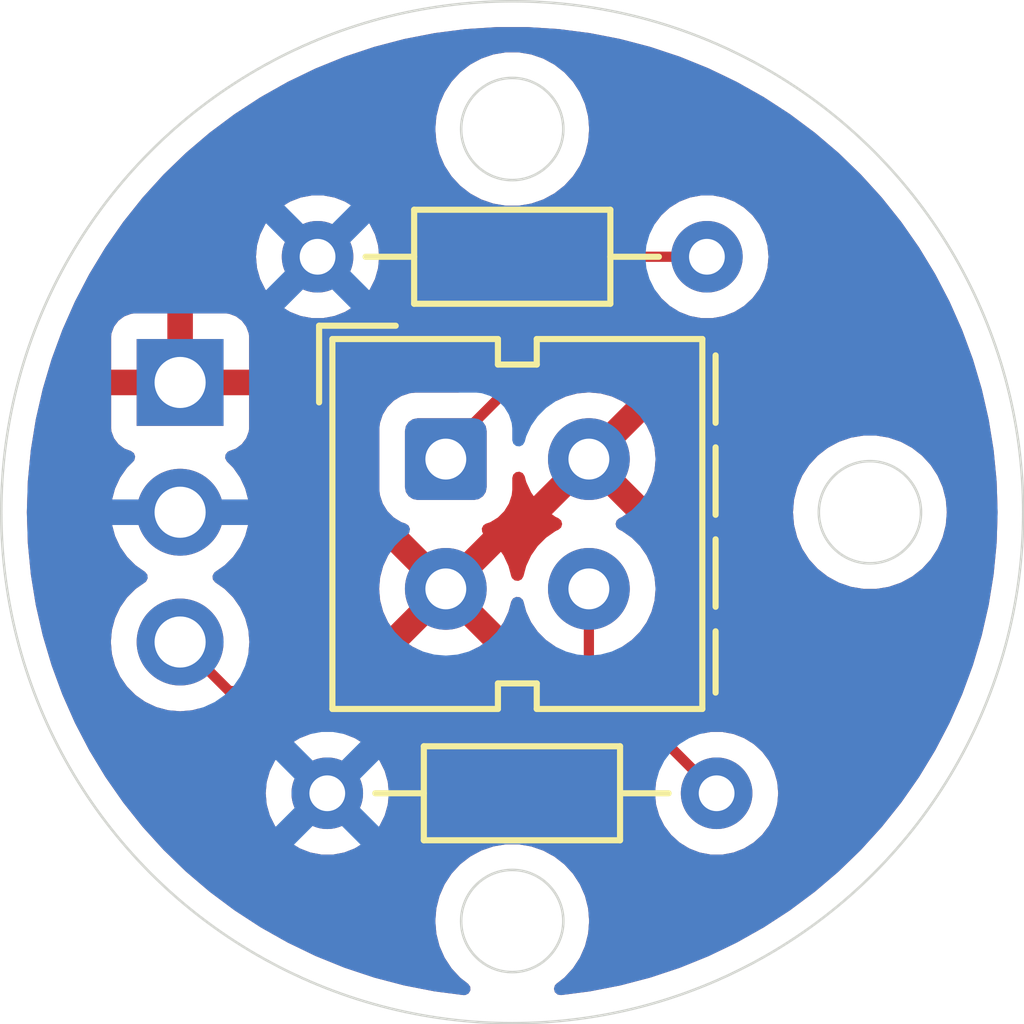
<source format=kicad_pcb>
(kicad_pcb (version 20240108) (generator "pcbnew") (generator_version "8.0")
  (layers (0 "F.Cu" signal) (31 "B.Cu" signal) (34 "B.Paste" user) (35 "F.Paste" user) (36 "B.SilkS" user "B.Silkscreen") (37 "F.SilkS" user "F.Silkscreen") (38 "B.Mask" user) (39 "F.Mask" user) (44 "Edge.Cuts" user))
  (net 0 "")
  (net 1 "VCC")
  (net 2 "Net-(Breath_Sensor1-C)")
  (net 3 "Net-(Breath_Sensor1-A)")
  (net 4 "GND")
  (footprint "Connector_PinHeader_2.54mm:PinHeader_1x03_P2.54mm_Horizontal" (layer "F.Cu") (at 143 89.96)
    (property "Reference" "J1" (hide yes))
    (property "Value" "Conn_01x03_Pin" (hide yes))
    (pad "1" thru_hole rect (at 0 0) (size 1.7 1.7) (drill 1) (layers "*.Cu" "*.Mask") (net 4 "GND"))
    (pad "2" thru_hole oval (at 0 2.54) (size 1.7 1.7) (drill 1) (layers "*.Cu" "*.Mask") (net 1 "VCC"))
    (pad "3" thru_hole oval (at 0 5.08) (size 1.7 1.7) (drill 1) (layers "*.Cu" "*.Mask") (net 2 "Net-(Breath_Sensor1-C)"))
  )
  (footprint "Resistor_THT:R_Axial_DIN0204_L3.6mm_D1.6mm_P7.62mm_Horizontal" (layer "F.Cu") (at 145.69 87.5)
    (property "Reference" "220R1" (hide yes))
    (property "Value" "R" (hide yes))
    (fp_line (start 0.94 0) (end 1.89 0) (stroke (width 0.12)) (layer "F.SilkS"))
    (fp_line (start 1.89 -0.92) (end 1.89 0.92) (stroke (width 0.12)) (layer "F.SilkS"))
    (fp_line (start 1.89 0.92) (end 5.73 0.92) (stroke (width 0.12)) (layer "F.SilkS"))
    (fp_line (start 5.73 -0.92) (end 1.89 -0.92) (stroke (width 0.12)) (layer "F.SilkS"))
    (fp_line (start 5.73 0.92) (end 5.73 -0.92) (stroke (width 0.12)) (layer "F.SilkS"))
    (fp_line (start 6.68 0) (end 5.73 0) (stroke (width 0.12)) (layer "F.SilkS"))
    (pad "1" thru_hole circle (at 0 0) (size 1.4 1.4) (drill 0.7) (layers "*.Cu" "*.Mask") (net 1 "VCC"))
    (pad "2" thru_hole oval (at 7.62 0) (size 1.4 1.4) (drill 0.7) (layers "*.Cu" "*.Mask") (net 3 "Net-(Breath_Sensor1-A)"))
  )
  (footprint "Resistor_THT:R_Axial_DIN0204_L3.6mm_D1.6mm_P7.62mm_Horizontal" (layer "F.Cu") (at 145.88 98)
    (property "Reference" "47k1" (hide yes))
    (property "Value" "R" (hide yes))
    (fp_line (start 0.94 0) (end 1.89 0) (stroke (width 0.12)) (layer "F.SilkS"))
    (fp_line (start 1.89 -0.92) (end 1.89 0.92) (stroke (width 0.12)) (layer "F.SilkS"))
    (fp_line (start 1.89 0.92) (end 5.73 0.92) (stroke (width 0.12)) (layer "F.SilkS"))
    (fp_line (start 5.73 -0.92) (end 1.89 -0.92) (stroke (width 0.12)) (layer "F.SilkS"))
    (fp_line (start 5.73 0.92) (end 5.73 -0.92) (stroke (width 0.12)) (layer "F.SilkS"))
    (fp_line (start 6.68 0) (end 5.73 0) (stroke (width 0.12)) (layer "F.SilkS"))
    (pad "1" thru_hole circle (at 0 0) (size 1.4 1.4) (drill 0.7) (layers "*.Cu" "*.Mask") (net 1 "VCC"))
    (pad "2" thru_hole oval (at 7.62 0) (size 1.4 1.4) (drill 0.7) (layers "*.Cu" "*.Mask") (net 2 "Net-(Breath_Sensor1-C)"))
  )
  (footprint "OptoDevice:Vishay_CNY70" (layer "F.Cu") (at 148.2 91.46)
    (property "Reference" "Breath_Sensor1" (hide yes))
    (property "Value" "CNY70")
    (fp_line (start -2.48 -2.61) (end -2.48 -1.11) (stroke (width 0.12)) (layer "F.SilkS"))
    (fp_line (start -2.48 -2.61) (end -0.98 -2.61) (stroke (width 0.12)) (layer "F.SilkS"))
    (fp_line (start -2.22 -2.35) (end -2.22 4.89) (stroke (width 0.12)) (layer "F.SilkS"))
    (fp_line (start 1.02 -2.35) (end -2.22 -2.35) (stroke (width 0.12)) (layer "F.SilkS"))
    (fp_line (start 1.02 -2.35) (end 1.02 -1.85) (stroke (width 0.12)) (layer "F.SilkS"))
    (fp_line (start 1.02 -1.85) (end 1.78 -1.85) (stroke (width 0.12)) (layer "F.SilkS"))
    (fp_line (start 1.02 4.39) (end 1.02 4.89) (stroke (width 0.12)) (layer "F.SilkS"))
    (fp_line (start 1.02 4.89) (end -2.22 4.89) (stroke (width 0.12)) (layer "F.SilkS"))
    (fp_line (start 1.78 -2.35) (end 5.02 -2.35) (stroke (width 0.12)) (layer "F.SilkS"))
    (fp_line (start 1.78 -1.85) (end 1.78 -2.35) (stroke (width 0.12)) (layer "F.SilkS"))
    (fp_line (start 1.78 4.39) (end 1.02 4.39) (stroke (width 0.12)) (layer "F.SilkS"))
    (fp_line (start 1.78 4.89) (end 1.78 4.39) (stroke (width 0.12)) (layer "F.SilkS"))
    (fp_line (start 1.78 4.89) (end 5.02 4.89) (stroke (width 0.12)) (layer "F.SilkS"))
    (fp_line (start 5.02 4.89) (end 5.02 -2.35) (stroke (width 0.12)) (layer "F.SilkS"))
    (fp_line (start 5.28 -2.03) (end 5.28 4.57) (stroke (width 0.12) (type dash)) (layer "F.SilkS"))
    (pad "1" thru_hole roundrect (at 0 0) (size 1.6 1.6) (drill 0.8) (layers "*.Cu" "*.Mask") (roundrect_rratio 0.156) (net 3 "Net-(Breath_Sensor1-A)"))
    (pad "2" thru_hole circle (at 0 2.54) (size 1.6 1.6) (drill 0.8) (layers "*.Cu" "*.Mask") (net 4 "GND"))
    (pad "3" thru_hole circle (at 2.8 2.54) (size 1.6 1.6) (drill 0.8) (layers "*.Cu" "*.Mask") (net 2 "Net-(Breath_Sensor1-C)"))
    (pad "4" thru_hole circle (at 2.8 0) (size 1.6 1.6) (drill 0.8) (layers "*.Cu" "*.Mask") (net 4 "GND"))
  )
  (gr_circle (center 149.5 85) (end 150.5 85) (stroke (width 0.05)) (fill none) (layer "Edge.Cuts"))
  (gr_circle (center 149.5 92.5) (end 159.5 92.5) (stroke (width 0.05)) (fill none) (layer "Edge.Cuts"))
  (gr_circle (center 149.5 100.5) (end 150.5 100.5) (stroke (width 0.05)) (fill none) (layer "Edge.Cuts"))
  (gr_circle (center 156.5 92.5) (end 157.5 92.5) (stroke (width 0.05)) (fill none) (layer "Edge.Cuts"))
  (segment (start 143 95.04) (end 143.96 96) (width 0.2) (layer "F.Cu") (net 2))
  (segment (start 151 96) (end 151 94) (width 0.2) (layer "F.Cu") (net 2))
  (segment (start 151 96) (end 151.5 96.5) (width 0.2) (layer "F.Cu") (net 2))
  (segment (start 143.96 96) (end 151 96) (width 0.2) (layer "F.Cu") (net 2))
  (segment (start 151.5 96.5) (end 152 96.5) (width 0.2) (layer "F.Cu") (net 2))
  (segment (start 152 96.5) (end 153.5 98) (width 0.2) (layer "F.Cu") (net 2))
  (segment (start 152 87.5) (end 153.31 87.5) (width 0.2) (layer "F.Cu") (net 3))
  (segment (start 148.2 91.46) (end 148.2 91.3) (width 0.2) (layer "F.Cu") (net 3))
  (segment (start 148.2 91.3) (end 152 87.5) (width 0.2) (layer "F.Cu") (net 3))
  (zone (net 4) (net_name "GND") (layer "F.Cu") (connect_pads (clearance 0.5)) (min_thickness 0.25) (fill yes (thermal_gap 0.5) (thermal_bridge_width 0.5))
    (polygon (pts (xy 159 92.5) (xy 158.980481 91.891333) (xy 158.922005 91.285167) (xy 158.824812 90.683993) (xy 158.689301 90.090281) (xy 158.51603 89.506472) (xy 158.305709 88.934963) (xy 158.059204 88.378104) (xy 157.777528 87.838183) (xy 157.461837 87.317418) (xy 157.113429 86.81795) (xy 156.733737 86.34183) (xy 156.324319 85.891016) (xy 155.886858 85.467359) (xy 155.423153 85.072601) (xy 154.935108 84.708364) (xy 154.424729 84.376144) (xy 153.894114 84.077307) (xy 153.345442 83.81308) (xy 152.780968 83.58455) (xy 152.203012 83.392655) (xy 151.613949 83.238185) (xy 151.016199 83.121773) (xy 150.412219 83.043898) (xy 149.80449 83.004881) (xy 149.19551 83.004881) (xy 148.587781 83.043898) (xy 147.983801 83.121773) (xy 147.386051 83.238185) (xy 146.796988 83.392655) (xy 146.219032 83.58455) (xy 145.654558 83.81308) (xy 145.105886 84.077307) (xy 144.575271 84.376144) (xy 144.064892 84.708364) (xy 143.576847 85.072601) (xy 143.113142 85.467359) (xy 142.675681 85.891016) (xy 142.266263 86.34183) (xy 141.886571 86.81795) (xy 141.538163 87.317418) (xy 141.222472 87.838183) (xy 140.940796 88.378104) (xy 140.694291 88.934963) (xy 140.48397 89.506472) (xy 140.310699 90.090281) (xy 140.175188 90.683993) (xy 140.077995 91.285167) (xy 140.019519 91.891333) (xy 140 92.5) (xy 140.019519 93.108667) (xy 140.077995 93.714833) (xy 140.175188 94.316007) (xy 140.310699 94.909719) (xy 140.48397 95.493528) (xy 140.694291 96.065037) (xy 140.940796 96.621896) (xy 141.222472 97.161817) (xy 141.538163 97.682582) (xy 141.886571 98.18205) (xy 142.266263 98.65817) (xy 142.675681 99.108984) (xy 143.113142 99.532641) (xy 143.576847 99.927399) (xy 144.064892 100.291636) (xy 144.575271 100.623856) (xy 145.105886 100.922693) (xy 145.654558 101.18692) (xy 146.219032 101.41545) (xy 146.796988 101.607345) (xy 147.386051 101.761815) (xy 147.983801 101.878227) (xy 148.587781 101.956102) (xy 149.19551 101.995119) (xy 149.80449 101.995119) (xy 150.412219 101.956102) (xy 151.016199 101.878227) (xy 151.613949 101.761815) (xy 152.203012 101.607345) (xy 152.780968 101.41545) (xy 153.345442 101.18692) (xy 153.894114 100.922693) (xy 154.424729 100.623856) (xy 154.935108 100.291636) (xy 155.423153 99.927399) (xy 155.886858 99.532641) (xy 156.324319 99.108984) (xy 156.733737 98.65817) (xy 157.113429 98.18205) (xy 157.461837 97.682582) (xy 157.777528 97.161817) (xy 158.059204 96.621896) (xy 158.305709 96.065037) (xy 158.51603 95.493528) (xy 158.689301 94.909719) (xy 158.824812 94.316007) (xy 158.922005 93.714833) (xy 158.980481 93.108667)))
  )
  (zone (net 1) (net_name "VCC") (layer "B.Cu") (connect_pads (clearance 0.5)) (min_thickness 0.25) (fill yes (thermal_gap 0.5) (thermal_bridge_width 0.5))
    (polygon (pts (xy 159 92.5) (xy 158.980481 91.891333) (xy 158.922005 91.285167) (xy 158.824812 90.683993) (xy 158.689301 90.090281) (xy 158.51603 89.506472) (xy 158.305709 88.934963) (xy 158.059204 88.378104) (xy 157.777528 87.838183) (xy 157.461837 87.317418) (xy 157.113429 86.81795) (xy 156.733737 86.34183) (xy 156.324319 85.891016) (xy 155.886858 85.467359) (xy 155.423153 85.072601) (xy 154.935108 84.708364) (xy 154.424729 84.376144) (xy 153.894114 84.077307) (xy 153.345442 83.81308) (xy 152.780968 83.58455) (xy 152.203012 83.392655) (xy 151.613949 83.238185) (xy 151.016199 83.121773) (xy 150.412219 83.043898) (xy 149.80449 83.004881) (xy 149.19551 83.004881) (xy 148.587781 83.043898) (xy 147.983801 83.121773) (xy 147.386051 83.238185) (xy 146.796988 83.392655) (xy 146.219032 83.58455) (xy 145.654558 83.81308) (xy 145.105886 84.077307) (xy 144.575271 84.376144) (xy 144.064892 84.708364) (xy 143.576847 85.072601) (xy 143.113142 85.467359) (xy 142.675681 85.891016) (xy 142.266263 86.34183) (xy 141.886571 86.81795) (xy 141.538163 87.317418) (xy 141.222472 87.838183) (xy 140.940796 88.378104) (xy 140.694291 88.934963) (xy 140.48397 89.506472) (xy 140.310699 90.090281) (xy 140.175188 90.683993) (xy 140.077995 91.285167) (xy 140.019519 91.891333) (xy 140 92.5) (xy 140.019519 93.108667) (xy 140.077995 93.714833) (xy 140.175188 94.316007) (xy 140.310699 94.909719) (xy 140.48397 95.493528) (xy 140.694291 96.065037) (xy 140.940796 96.621896) (xy 141.222472 97.161817) (xy 141.538163 97.682582) (xy 141.886571 98.18205) (xy 142.266263 98.65817) (xy 142.675681 99.108984) (xy 143.113142 99.532641) (xy 143.576847 99.927399) (xy 144.064892 100.291636) (xy 144.575271 100.623856) (xy 145.105886 100.922693) (xy 145.654558 101.18692) (xy 146.219032 101.41545) (xy 146.796988 101.607345) (xy 147.386051 101.761815) (xy 147.983801 101.878227) (xy 148.587781 101.956102) (xy 149.19551 101.995119) (xy 149.80449 101.995119) (xy 150.412219 101.956102) (xy 151.016199 101.878227) (xy 151.613949 101.761815) (xy 152.203012 101.607345) (xy 152.780968 101.41545) (xy 153.345442 101.18692) (xy 153.894114 100.922693) (xy 154.424729 100.623856) (xy 154.935108 100.291636) (xy 155.423153 99.927399) (xy 155.886858 99.532641) (xy 156.324319 99.108984) (xy 156.733737 98.65817) (xy 157.113429 98.18205) (xy 157.461837 97.682582) (xy 157.777528 97.161817) (xy 158.059204 96.621896) (xy 158.305709 96.065037) (xy 158.51603 95.493528) (xy 158.689301 94.909719) (xy 158.824812 94.316007) (xy 158.922005 93.714833) (xy 158.980481 93.108667)))
  )
)
</source>
